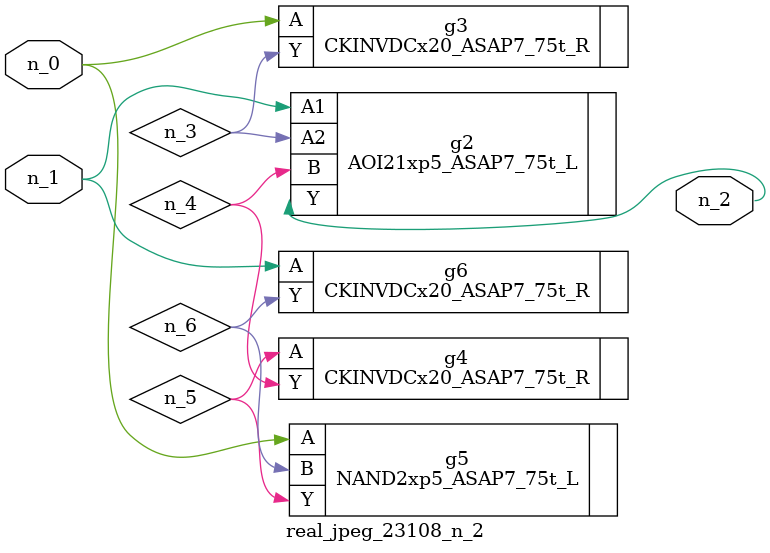
<source format=v>
module real_jpeg_23108_n_2 (n_1, n_0, n_2);

input n_1;
input n_0;

output n_2;

wire n_5;
wire n_4;
wire n_6;
wire n_3;

CKINVDCx20_ASAP7_75t_R g3 ( 
.A(n_0),
.Y(n_3)
);

NAND2xp5_ASAP7_75t_L g5 ( 
.A(n_0),
.B(n_6),
.Y(n_5)
);

AOI21xp5_ASAP7_75t_L g2 ( 
.A1(n_1),
.A2(n_3),
.B(n_4),
.Y(n_2)
);

CKINVDCx20_ASAP7_75t_R g6 ( 
.A(n_1),
.Y(n_6)
);

CKINVDCx20_ASAP7_75t_R g4 ( 
.A(n_5),
.Y(n_4)
);


endmodule
</source>
